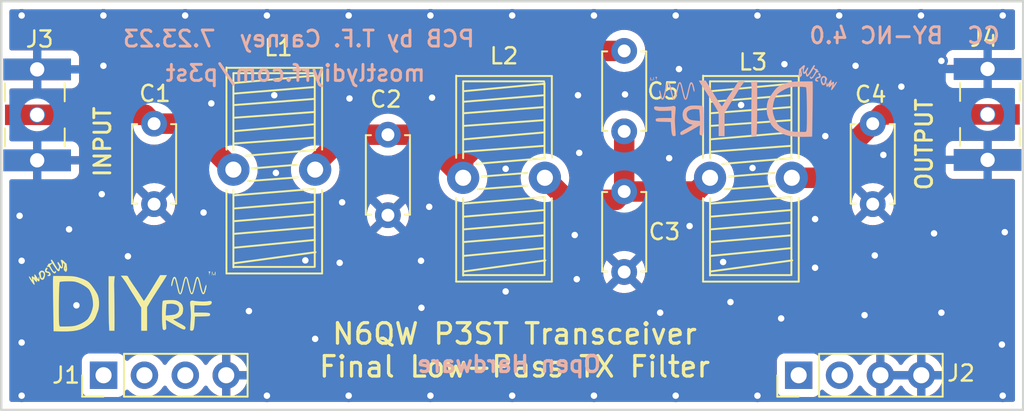
<source format=kicad_pcb>
(kicad_pcb (version 20211014) (generator pcbnew)
  (layers (0 "F.Cu" signal) (31 "B.Cu" signal) (34 "B.Paste" user) (35 "F.Paste" user) (36 "B.SilkS" user "B.Silkscreen") (37 "F.SilkS" user "F.Silkscreen") (38 "B.Mask" user) (39 "F.Mask" user) (44 "Edge.Cuts" user))
  (net 0 "")
  (net 3 "GND")
  (net 4 "Net-(C1-Pad1)")
  (net 5 "Net-(C2-Pad1)")
  (net 9 "Net-(C3-Pad1)")
  (net 10 "Net-(C4-Pad1)")
  (footprint "K7TFC_Passives:Ceramic_Disk_Capacitor_P5.00mm" (layer "F.Cu") (at 163.7284 84.495 -90)
    (fp_text reference "C2" (at -2.199 0.127 180) (layer "F.SilkS"))
    (fp_text value "330pF")
    (pad "1" thru_hole circle (at 0 0 270) (size 1.6 1.6) (drill 0.8) (layers *.Cu *.Mask) (net 5 "Net-(C2-Pad1)"))
    (pad "2" thru_hole circle (at 5 0 270) (size 1.6 1.6) (drill 0.8) (layers *.Cu *.Mask) (net 3 "GND"))
  )
  (footprint "K7TFC:PinHeader_1x04_P2.54mm_horizontal" (layer "F.Cu") (at 146.06 99.441 90)
    (fp_text reference "J1" (at 0 -2.33 180) (layer "F.SilkS"))
    (fp_text value "Conn_01x04_Male" hide)
    (pad "1" thru_hole rect (at 0 0 90) (size 1.7 1.7) (drill 1) (layers *.Cu *.Mask))
    (pad "2" thru_hole oval (at 0 2.54 90) (size 1.7 1.7) (drill 1) (layers *.Cu *.Mask))
    (pad "3" thru_hole oval (at 0 5.08 90) (size 1.7 1.7) (drill 1) (layers *.Cu *.Mask))
    (pad "4" thru_hole oval (at 0 7.62 90) (size 1.7 1.7) (drill 1) (layers *.Cu *.Mask) (net 3 "GND"))
  )
  (footprint "K7TFC_Toroids:Toroid_T50_Vertical_P6.00mm" (layer "F.Cu") (at 154.1272 86.6648 90)
    (fp_text reference "L1" (at 7.5692 2.794 180) (layer "F.SilkS"))
    (fp_text value "0.670uH")
    (pad "1" thru_hole circle (at 0 0 90) (size 2 2) (drill 1) (layers *.Cu *.Mask) (net 4 "Net-(C1-Pad1)"))
    (pad "2" thru_hole circle (at 0 5.08 90) (size 2 2) (drill 1) (layers *.Cu *.Mask) (net 5 "Net-(C2-Pad1)"))
  )
  (footprint "K7TFC_Toroids:Toroid_T50_Vertical_P6.00mm" (layer "F.Cu") (at 183.7436 87.1728 90)
    (fp_text reference "L3" (at 7.1882 2.667 180) (layer "F.SilkS"))
    (fp_text value "0.670uH")
    (pad "1" thru_hole circle (at 0 0 90) (size 2 2) (drill 1) (layers *.Cu *.Mask) (net 9 "Net-(C3-Pad1)"))
    (pad "2" thru_hole circle (at 0 5.08 90) (size 2 2) (drill 1) (layers *.Cu *.Mask) (net 10 "Net-(C4-Pad1)"))
  )
  (footprint "K7TFC:SMA_EdgeMount_0.062_Samtec_wHoles" (layer "F.Cu") (at 141.9352 83.2612 -90)
    (fp_text reference "J3" (at -4.699 -0.1524 180) (layer "F.SilkS"))
    (fp_text value "Conn_01x02" hide)
    (pad "1" thru_hole circle (at 0 0 270) (size 1.016 1.016) (drill 0.889) (layers *.Cu *.Mask) (net 4 "Net-(C1-Pad1)"))
    (pad "1" smd rect (at 0 0.2 270) (size 1.27 3.6) (layers "F.Cu" "F.Paste" "F.Mask") (net 4 "Net-(C1-Pad1)"))
    (pad "2" smd rect (at 2.825 0 270) (size 1.35 4.2) (layers "B.Cu" "B.Paste" "B.Mask") (net 3 "GND"))
    (pad "2" smd rect (at -2.825 0 270) (size 1.35 4.2) (layers "B.Cu" "B.Paste" "B.Mask") (net 3 "GND"))
    (pad "2" thru_hole circle (at -2.825 0 270) (size 1.016 1.016) (drill 0.889) (layers *.Cu *.Mask) (net 3 "GND"))
    (pad "2" smd rect (at 2.825 0 270) (size 1.35 4.2) (layers "F.Cu" "F.Paste" "F.Mask") (net 3 "GND"))
    (pad "2" smd rect (at -2.825 0 270) (size 1.35 4.2) (layers "F.Cu" "F.Paste" "F.Mask") (net 3 "GND"))
    (pad "2" thru_hole circle (at 2.825 0 270) (size 1.016 1.016) (drill 0.889) (layers *.Cu *.Mask) (net 3 "GND"))
  )
  (footprint "K7TFC_Passives:Ceramic_Disk_Capacitor_P5.00mm" (layer "F.Cu") (at 178.4096 88.0256 -90)
    (fp_text reference "C3" (at 2.5 -2.5 180) (layer "F.SilkS"))
    (fp_text value "330pF")
    (pad "1" thru_hole circle (at 0 0 270) (size 1.6 1.6) (drill 0.8) (layers *.Cu *.Mask) (net 9 "Net-(C3-Pad1)"))
    (pad "2" thru_hole circle (at 5 0 270) (size 1.6 1.6) (drill 0.8) (layers *.Cu *.Mask) (net 3 "GND"))
  )
  (footprint "K7TFC:SMA_EdgeMount_0.062_Samtec_wHoles" (layer "F.Cu") (at 200.9902 83.2358 90)
    (fp_text reference "J4" (at 4.7244 -0.2286 180) (layer "F.SilkS"))
    (fp_text value "Conn_01x02" hide)
    (pad "1" smd rect (at 0 0.2 90) (size 1.27 3.6) (layers "F.Cu" "F.Paste" "F.Mask") (net 10 "Net-(C4-Pad1)"))
    (pad "1" thru_hole circle (at 0 0 90) (size 1.016 1.016) (drill 0.889) (layers *.Cu *.Mask) (net 10 "Net-(C4-Pad1)"))
    (pad "2" thru_hole circle (at -2.825 0 90) (size 1.016 1.016) (drill 0.889) (layers *.Cu *.Mask) (net 3 "GND"))
    (pad "2" smd rect (at -2.825 0 90) (size 1.35 4.2) (layers "B.Cu" "B.Paste" "B.Mask") (net 3 "GND"))
    (pad "2" thru_hole circle (at 2.825 0 90) (size 1.016 1.016) (drill 0.889) (layers *.Cu *.Mask) (net 3 "GND"))
    (pad "2" smd rect (at -2.825 0 90) (size 1.35 4.2) (layers "F.Cu" "F.Paste" "F.Mask") (net 3 "GND"))
    (pad "2" smd rect (at 2.825 0 90) (size 1.35 4.2) (layers "B.Cu" "B.Paste" "B.Mask") (net 3 "GND"))
    (pad "2" smd rect (at 2.825 0 90) (size 1.35 4.2) (layers "F.Cu" "F.Paste" "F.Mask") (net 3 "GND"))
  )
  (footprint "K7TFC_Passives:Ceramic_Disk_Capacitor_P5.00mm" (layer "F.Cu") (at 193.8528 83.8092 -90)
    (fp_text reference "C4" (at -1.818 0.127 180) (layer "F.SilkS"))
    (fp_text value "220pF")
    (pad "1" thru_hole circle (at 0 0 270) (size 1.6 1.6) (drill 0.8) (layers *.Cu *.Mask) (net 10 "Net-(C4-Pad1)"))
    (pad "2" thru_hole circle (at 5 0 270) (size 1.6 1.6) (drill 0.8) (layers *.Cu *.Mask) (net 3 "GND"))
  )
  (footprint "K7TFC_Toroids:Toroid_T50_Vertical_P6.00mm" (layer "F.Cu") (at 168.402 87.1728 90)
    (fp_text reference "L2" (at 7.5692 2.54 180) (layer "F.SilkS"))
    (fp_text value "0.608uH")
    (pad "1" thru_hole circle (at 0 0 90) (size 2 2) (drill 1) (layers *.Cu *.Mask) (net 5 "Net-(C2-Pad1)"))
    (pad "2" thru_hole circle (at 0 5.08 90) (size 2 2) (drill 1) (layers *.Cu *.Mask) (net 9 "Net-(C3-Pad1)"))
  )
  (footprint "Graphics:diyrf_12mm" (layer "F.Cu") (at 147.202216 94.416597)
    (fp_text reference "G***" hide)
    (fp_text value "LOGO" hide)
  )
  (footprint "K7TFC_Passives:Ceramic_Disk_Capacitor_P5.00mm" (layer "F.Cu") (at 178.4096 79.288 -90)
    (fp_text reference "C5" (at 2.5 -2.413 180) (layer "F.SilkS"))
    (fp_text value "47pF")
    (pad "1" thru_hole circle (at 0 0 270) (size 1.6 1.6) (drill 0.8) (layers *.Cu *.Mask) (net 5 "Net-(C2-Pad1)"))
    (pad "2" thru_hole circle (at 5 0 270) (size 1.6 1.6) (drill 0.8) (layers *.Cu *.Mask) (net 9 "Net-(C3-Pad1)"))
  )
  (footprint "K7TFC_Passives:Ceramic_Disk_Capacitor_P5.00mm" (layer "F.Cu") (at 149.1996 83.8092 -90)
    (fp_text reference "C1" (at -1.8688 -0.0508 180) (layer "F.SilkS"))
    (fp_text value "220pF")
    (pad "1" thru_hole circle (at 0 0 270) (size 1.6 1.6) (drill 0.8) (layers *.Cu *.Mask) (net 4 "Net-(C1-Pad1)"))
    (pad "2" thru_hole circle (at 5 0 270) (size 1.6 1.6) (drill 0.8) (layers *.Cu *.Mask) (net 3 "GND"))
  )
  (footprint "K7TFC:PinHeader_1x04_P2.54mm_horizontal" (layer "F.Cu") (at 189.25 99.441 90)
    (fp_text reference "J2" (at 0.127 10.0892 180) (layer "F.SilkS"))
    (fp_text value "Conn_01x04_Male" hide)
    (pad "1" thru_hole rect (at 0 0 90) (size 1.7 1.7) (drill 1) (layers *.Cu *.Mask))
    (pad "2" thru_hole oval (at 0 2.54 90) (size 1.7 1.7) (drill 1) (layers *.Cu *.Mask))
    (pad "3" thru_hole oval (at 0 5.08 90) (size 1.7 1.7) (drill 1) (layers *.Cu *.Mask) (net 3 "GND"))
    (pad "4" thru_hole oval (at 0 7.62 90) (size 1.7 1.7) (drill 1) (layers *.Cu *.Mask) (net 3 "GND"))
  )
  (footprint "Graphics:diyrf_12mm" (layer "B.Cu") (at 185.842585 82.326197 180)
    (fp_text reference "G***" hide)
    (fp_text value "LOGO" hide)
  )
  (gr_rect (start 139.7 76.2) (end 203.2 101.6) (layer "Edge.Cuts") (width 0.15) (fill none))
  (gr_text "mostlydiyrf.com/p3st" (at 157.988 80.6704) (layer "B.SilkS") (effects (font (size 1 1) (thickness 0.1778)) (justify mirror)))
  (gr_text "CC  BY-NC 4.0" (at 195.834 78.3336) (layer "B.SilkS") (effects (font (size 1 1) (thickness 0.1778)) (justify mirror)))
  (gr_text "PCB by T.F. Carney  7.23.23" (at 158.1912 78.5368) (layer "B.SilkS") (effects (font (size 1 1) (thickness 0.1778)) (justify mirror)))
  (gr_text "Open Hardware" (at 171.2468 98.7552) (layer "B.SilkS") (effects (font (size 1 1) (thickness 0.2032)) (justify mirror)))
  (gr_text "INPUT" (at 145.9992 84.9376 90) (layer "F.SilkS") (effects (font (size 1 1) (thickness 0.1778))))
  (gr_text "OUTPUT" (at 197.0532 85.09 90) (layer "F.SilkS") (effects (font (size 1 1) (thickness 0.1778))))
  (gr_text "N6QW P3ST Transceiver\nFinal Low-Pass TX Filter" (at 171.6024 97.8916) (layer "F.SilkS") (effects (font (size 1.27 1.27) (thickness 0.2032))))
  (via (at 166.37 100.711) (size 0.8) (drill 0.4) (layers "F.Cu" "B.Cu") (net 3))
  (via (at 156.6672 82.042) (size 0.8) (drill 0.4) (layers "F.Cu" "B.Cu") (net 3))
  (via (at 171.0436 86.614) (size 0.8) (drill 0.4) (layers "F.Cu" "B.Cu") (net 3))
  (via (at 143.9164 90.3732) (size 0.8) (drill 0.4) (layers "F.Cu" "B.Cu") (net 3))
  (via (at 188.3664 80.1116) (size 0.8) (drill 0.4) (layers "F.Cu" "B.Cu") (net 3))
  (via (at 191.77 77.089) (size 0.8) (drill 0.4) (layers "F.Cu" "B.Cu") (net 3))
  (via (at 146.05 80.2132) (size 0.8) (drill 0.4) (layers "F.Cu" "B.Cu") (net 3))
  (via (at 178.4604 81.9912) (size 0.8) (drill 0.4) (layers "F.Cu" "B.Cu") (net 3))
  (via (at 175.6156 85.6234) (size 0.8) (drill 0.4) (layers "F.Cu" "B.Cu") (net 3))
  (via (at 151.13 77.089) (size 0.8) (drill 0.4) (layers "F.Cu" "B.Cu") (net 3))
  (via (at 192.786 80.2132) (size 0.8) (drill 0.4) (layers "F.Cu" "B.Cu") (net 3))
  (via (at 156.21 77.089) (size 0.8) (drill 0.4) (layers "F.Cu" "B.Cu") (net 3))
  (via (at 194.5132 85.7504) (size 0.8) (drill 0.4) (layers "F.Cu" "B.Cu") (net 3))
  (via (at 175.4632 93.472) (size 0.8) (drill 0.4) (layers "F.Cu" "B.Cu") (net 3))
  (via (at 140.97 92.329) (size 0.8) (drill 0.4) (layers "F.Cu" "B.Cu") (net 3))
  (via (at 158.5976 92.3036) (size 0.8) (drill 0.4) (layers "F.Cu" "B.Cu") (net 3))
  (via (at 176.53 77.089) (size 0.8) (drill 0.4) (layers "F.Cu" "B.Cu") (net 3))
  (via (at 161.29 100.711) (size 0.8) (drill 0.4) (layers "F.Cu" "B.Cu") (net 3))
  (via (at 180.6448 95.5548) (size 0.8) (drill 0.4) (layers "F.Cu" "B.Cu") (net 3))
  (via (at 190.2714 92.7608) (size 0.8) (drill 0.4) (layers "F.Cu" "B.Cu") (net 3))
  (via (at 202.057 90.551) (size 0.8) (drill 0.4) (layers "F.Cu" "B.Cu") (net 3))
  (via (at 152.7556 82.55) (size 0.8) (drill 0.4) (layers "F.Cu" "B.Cu") (net 3))
  (via (at 165.8112 95.25) (size 0.8) (drill 0.4) (layers "F.Cu" "B.Cu") (net 3))
  (via (at 186.3852 86.5632) (size 0.8) (drill 0.4) (layers "F.Cu" "B.Cu") (net 3))
  (via (at 155.0924 95.4532) (size 0.8) (drill 0.4) (layers "F.Cu" "B.Cu") (net 3))
  (via (at 175.3362 90.7288) (size 0.8) (drill 0.4) (layers "F.Cu" "B.Cu") (net 3))
  (via (at 161.29 77.089) (size 0.8) (drill 0.4) (layers "F.Cu" "B.Cu") (net 3))
  (via (at 160.7312 92.456) (size 0.8) (drill 0.4) (layers "F.Cu" "B.Cu") (net 3))
  (via (at 161.3408 82.2452) (size 0.8) (drill 0.4) (layers "F.Cu" "B.Cu") (net 3))
  (via (at 198.12 95.5548) (size 0.8) (drill 0.4) (layers "F.Cu" "B.Cu") (net 3))
  (via (at 198.12 79.9084) (size 0.8) (drill 0.4) (layers "F.Cu" "B.Cu") (net 3))
  (via (at 145.9484 88.1888) (size 0.8) (drill 0.4) (layers "F.Cu" "B.Cu") (net 3))
  (via (at 140.97 77.089) (size 0.8) (drill 0.4) (layers "F.Cu" "B.Cu") (net 3))
  (via (at 160.8836 88.6968) (size 0.8) (drill 0.4) (layers "F.Cu" "B.Cu") (net 3))
  (via (at 159.2072 97.1804) (size 0.8) (drill 0.4) (layers "F.Cu" "B.Cu") (net 3))
  (via (at 144.3736 95.0976) (size 0.8) (drill 0.4) (layers "F.Cu" "B.Cu") (net 3))
  (via (at 171.0436 94.234) (size 0.8) (drill 0.4) (layers "F.Cu" "B.Cu") (net 3))
  (via (at 185.674 82.6516) (size 0.8) (drill 0.4) (layers "F.Cu" "B.Cu") (net 3))
  (via (at 171.45 100.711) (size 0.8) (drill 0.4) (layers "F.Cu" "B.Cu") (net 3))
  (via (at 140.843 89.535) (size 0.8) (drill 0.4) (layers "F.Cu" "B.Cu") (net 3))
  (via (at 140.97 100.711) (size 0.8) (drill 0.4) (layers "F.Cu" "B.Cu") (net 3))
  (via (at 156.21 100.711) (size 0.8) (drill 0.4) (layers "F.Cu" "B.Cu") (net 3))
  (via (at 184.5564 92.4052) (size 0.8) (drill 0.4) (layers "F.Cu" "B.Cu") (net 3))
  (via (at 156.7688 86.868) (size 0.8) (drill 0.4) (layers "F.Cu" "B.Cu") (net 3))
  (via (at 190.2714 89.7382) (size 0.8) (drill 0.4) (layers "F.Cu" "B.Cu") (net 3))
  (via (at 193.9798 91.9988) (size 0.8) (drill 0.4) (layers "F.Cu" "B.Cu") (net 3))
  (via (at 176.53 100.711) (size 0.8) (drill 0.4) (layers "F.Cu" "B.Cu") (net 3))
  (via (at 181.8132 80.4164) (size 0.8) (drill 0.4) (layers "F.Cu" "B.Cu") (net 3))
  (via (at 166.2938 88.9762) (size 0.8) (drill 0.4) (layers "F.Cu" "B.Cu") (net 3))
  (via (at 146.05 77.089) (size 0.8) (drill 0.4) (layers "F.Cu" "B.Cu") (net 3))
  (via (at 182.4736 90.17) (size 0.8) (drill 0.4) (layers "F.Cu" "B.Cu") (net 3))
  (via (at 165.7858 92.329) (size 0.8) (drill 0.4) (layers "F.Cu" "B.Cu") (net 3))
  (via (at 185.0136 94.8944) (size 0.8) (drill 0.4) (layers "F.Cu" "B.Cu") (net 3))
  (via (at 193.3448 95.7072) (size 0.8) (drill 0.4) (layers "F.Cu" "B.Cu") (net 3))
  (via (at 166.4716 82.1944) (size 0.8) (drill 0.4) (layers "F.Cu" "B.Cu") (net 3))
  (via (at 190.9064 84.582) (size 0.8) (drill 0.4) (layers "F.Cu" "B.Cu") (net 3))
  (via (at 188.1632 95.9104) (size 0.8) (drill 0.4) (layers "F.Cu" "B.Cu") (net 3))
  (via (at 201.93 100.711) (size 0.8) (drill 0.4) (layers "F.Cu" "B.Cu") (net 3))
  (via (at 197.6628 90.6272) (size 0.8) (drill 0.4) (layers "F.Cu" "B.Cu") (net 3))
  (via (at 195.6308 81.5086) (size 0.8) (drill 0.4) (layers "F.Cu" "B.Cu") (net 3))
  (via (at 175.5394 82.042) (size 0.8) (drill 0.4) (layers "F.Cu" "B.Cu") (net 3))
  (via (at 201.93 77.089) (size 0.8) (drill 0.4) (layers "F.Cu" "B.Cu") (net 3))
  (via (at 152.273 89.3318) (size 0.8) (drill 0.4) (layers "F.Cu" "B.Cu") (net 3))
  (via (at 147.574 92.0496) (size 0.8) (drill 0.4) (layers "F.Cu" "B.Cu") (net 3))
  (via (at 181.61 77.089) (size 0.8) (drill 0.4) (layers "F.Cu" "B.Cu") (net 3))
  (via (at 140.97 97.409) (size 0.8) (drill 0.4) (layers "F.Cu" "B.Cu") (net 3))
  (via (at 181.2036 85.9536) (size 0.8) (drill 0.4) (layers "F.Cu" "B.Cu") (net 3))
  (via (at 196.85 77.089) (size 0.8) (drill 0.4) (layers "F.Cu" "B.Cu") (net 3))
  (via (at 201.8792 97.536) (size 0.8) (drill 0.4) (layers "F.Cu" "B.Cu") (net 3))
  (via (at 186.69 100.711) (size 0.8) (drill 0.4) (layers "F.Cu" "B.Cu") (net 3))
  (via (at 171.45 77.089) (size 0.8) (drill 0.4) (layers "F.Cu" "B.Cu") (net 3))
  (via (at 181.61 100.711) (size 0.8) (drill 0.4) (layers "F.Cu" "B.Cu") (net 3))
  (via (at 186.69 77.089) (size 0.8) (drill 0.4) (layers "F.Cu" "B.Cu") (net 3))
  (via (at 166.37 77.089) (size 0.8) (drill 0.4) (layers "F.Cu" "B.Cu") (net 3))
  (segment (start 149.1996 83.8092) (end 148.6516 83.2612) (width 1.27) (layer "F.Cu") (net 4))
  (segment (start 141.7352 83.2612) (end 148.6516 83.2612) (width 1.27) (layer "F.Cu") (net 4))
  (segment (start 149.1996 83.8092) (end 151.2716 83.8092) (width 1.27) (layer "F.Cu") (net 4))
  (segment (start 151.2716 83.8092) (end 154.1272 86.6648) (width 1.27) (layer "F.Cu") (net 4))
  (segment (start 165.7242 84.495) (end 168.402 87.1728) (width 1.27) (layer "F.Cu") (net 5))
  (segment (start 168.402 87.1728) (end 168.402 86.0044) (width 1.27) (layer "F.Cu") (net 5))
  (segment (start 161.0722 84.495) (end 163.7284 84.495) (width 1.27) (layer "F.Cu") (net 5))
  (segment (start 159.2072 86.36) (end 161.0722 84.495) (width 1.27) (layer "F.Cu") (net 5))
  (segment (start 175.1184 79.288) (end 178.4096 79.288) (width 1.27) (layer "F.Cu") (net 5))
  (segment (start 159.2072 86.6648) (end 159.2072 86.36) (width 1.27) (layer "F.Cu") (net 5))
  (segment (start 168.402 86.0044) (end 175.1184 79.288) (width 1.27) (layer "F.Cu") (net 5))
  (segment (start 163.7284 84.495) (end 165.7242 84.495) (width 1.27) (layer "F.Cu") (net 5))
  (segment (start 173.482 87.1728) (end 174.8536 88.5444) (width 1.27) (layer "F.Cu") (net 9))
  (segment (start 182.8908 88.0256) (end 183.7436 87.1728) (width 1.27) (layer "F.Cu") (net 9))
  (segment (start 177.8908 88.5444) (end 178.4096 88.0256) (width 1.27) (layer "F.Cu") (net 9))
  (segment (start 178.4096 84.288) (end 178.4096 88.0256) (width 1.27) (layer "F.Cu") (net 9))
  (segment (start 178.4096 88.0256) (end 182.8908 88.0256) (width 1.27) (layer "F.Cu") (net 9))
  (segment (start 174.8536 88.5444) (end 177.8908 88.5444) (width 1.27) (layer "F.Cu") (net 9))
  (segment (start 194.4262 83.2358) (end 193.8528 83.8092) (width 1.27) (layer "F.Cu") (net 10))
  (segment (start 188.8236 87.1728) (end 190.4892 87.1728) (width 1.27) (layer "F.Cu") (net 10))
  (segment (start 201.1902 83.2358) (end 194.4262 83.2358) (width 1.27) (layer "F.Cu") (net 10))
  (segment (start 190.4892 87.1728) (end 193.8528 83.8092) (width 1.27) (layer "F.Cu") (net 10))
  (zone (net 3) (net_name "GND") (layers F&B.Cu) (connect_pads (clearance 0.508)) (min_thickness 0.254) (fill yes (thermal_gap 0.508) (thermal_bridge_width 0.508))
    (polygon (pts (xy 203.073 101.473) (xy 139.827 101.473) (xy 139.827 76.327) (xy 203.073 76.327)))
  )
)
</source>
